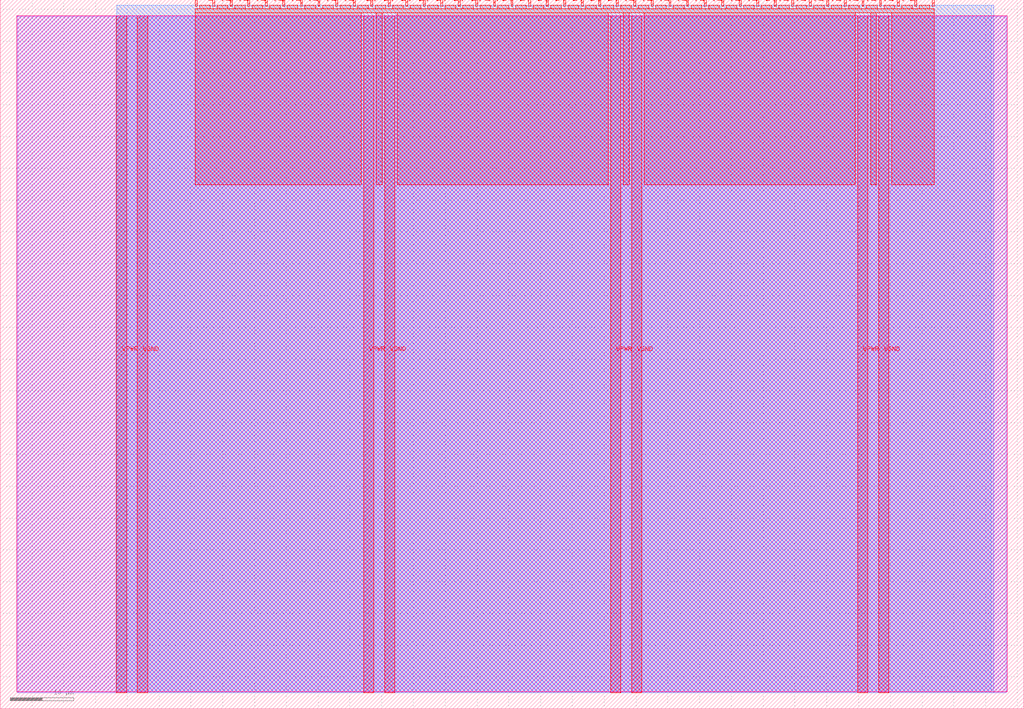
<source format=lef>
VERSION 5.7 ;
  NOWIREEXTENSIONATPIN ON ;
  DIVIDERCHAR "/" ;
  BUSBITCHARS "[]" ;
MACRO tt_um_mattvenn_spi_test
  CLASS BLOCK ;
  FOREIGN tt_um_mattvenn_spi_test ;
  ORIGIN 0.000 0.000 ;
  SIZE 161.000 BY 111.520 ;
  PIN VGND
    DIRECTION INOUT ;
    USE GROUND ;
    PORT
      LAYER met4 ;
        RECT 21.580 2.480 23.180 109.040 ;
    END
    PORT
      LAYER met4 ;
        RECT 60.450 2.480 62.050 109.040 ;
    END
    PORT
      LAYER met4 ;
        RECT 99.320 2.480 100.920 109.040 ;
    END
    PORT
      LAYER met4 ;
        RECT 138.190 2.480 139.790 109.040 ;
    END
  END VGND
  PIN VPWR
    DIRECTION INOUT ;
    USE POWER ;
    PORT
      LAYER met4 ;
        RECT 18.280 2.480 19.880 109.040 ;
    END
    PORT
      LAYER met4 ;
        RECT 57.150 2.480 58.750 109.040 ;
    END
    PORT
      LAYER met4 ;
        RECT 96.020 2.480 97.620 109.040 ;
    END
    PORT
      LAYER met4 ;
        RECT 134.890 2.480 136.490 109.040 ;
    END
  END VPWR
  PIN clk
    DIRECTION INPUT ;
    USE SIGNAL ;
    ANTENNAGATEAREA 0.852000 ;
    PORT
      LAYER met4 ;
        RECT 143.830 110.520 144.130 111.520 ;
    END
  END clk
  PIN ena
    DIRECTION INPUT ;
    USE SIGNAL ;
    ANTENNAGATEAREA 0.196500 ;
    PORT
      LAYER met4 ;
        RECT 146.590 110.520 146.890 111.520 ;
    END
  END ena
  PIN rst_n
    DIRECTION INPUT ;
    USE SIGNAL ;
    ANTENNAGATEAREA 0.126000 ;
    PORT
      LAYER met4 ;
        RECT 141.070 110.520 141.370 111.520 ;
    END
  END rst_n
  PIN ui_in[0]
    DIRECTION INPUT ;
    USE SIGNAL ;
    ANTENNAGATEAREA 0.196500 ;
    PORT
      LAYER met4 ;
        RECT 138.310 110.520 138.610 111.520 ;
    END
  END ui_in[0]
  PIN ui_in[1]
    DIRECTION INPUT ;
    USE SIGNAL ;
    ANTENNAGATEAREA 0.196500 ;
    PORT
      LAYER met4 ;
        RECT 135.550 110.520 135.850 111.520 ;
    END
  END ui_in[1]
  PIN ui_in[2]
    DIRECTION INPUT ;
    USE SIGNAL ;
    PORT
      LAYER met4 ;
        RECT 132.790 110.520 133.090 111.520 ;
    END
  END ui_in[2]
  PIN ui_in[3]
    DIRECTION INPUT ;
    USE SIGNAL ;
    PORT
      LAYER met4 ;
        RECT 130.030 110.520 130.330 111.520 ;
    END
  END ui_in[3]
  PIN ui_in[4]
    DIRECTION INPUT ;
    USE SIGNAL ;
    PORT
      LAYER met4 ;
        RECT 127.270 110.520 127.570 111.520 ;
    END
  END ui_in[4]
  PIN ui_in[5]
    DIRECTION INPUT ;
    USE SIGNAL ;
    PORT
      LAYER met4 ;
        RECT 124.510 110.520 124.810 111.520 ;
    END
  END ui_in[5]
  PIN ui_in[6]
    DIRECTION INPUT ;
    USE SIGNAL ;
    PORT
      LAYER met4 ;
        RECT 121.750 110.520 122.050 111.520 ;
    END
  END ui_in[6]
  PIN ui_in[7]
    DIRECTION INPUT ;
    USE SIGNAL ;
    PORT
      LAYER met4 ;
        RECT 118.990 110.520 119.290 111.520 ;
    END
  END ui_in[7]
  PIN uio_in[0]
    DIRECTION INPUT ;
    USE SIGNAL ;
    PORT
      LAYER met4 ;
        RECT 116.230 110.520 116.530 111.520 ;
    END
  END uio_in[0]
  PIN uio_in[1]
    DIRECTION INPUT ;
    USE SIGNAL ;
    PORT
      LAYER met4 ;
        RECT 113.470 110.520 113.770 111.520 ;
    END
  END uio_in[1]
  PIN uio_in[2]
    DIRECTION INPUT ;
    USE SIGNAL ;
    PORT
      LAYER met4 ;
        RECT 110.710 110.520 111.010 111.520 ;
    END
  END uio_in[2]
  PIN uio_in[3]
    DIRECTION INPUT ;
    USE SIGNAL ;
    PORT
      LAYER met4 ;
        RECT 107.950 110.520 108.250 111.520 ;
    END
  END uio_in[3]
  PIN uio_in[4]
    DIRECTION INPUT ;
    USE SIGNAL ;
    ANTENNAGATEAREA 0.196500 ;
    PORT
      LAYER met4 ;
        RECT 105.190 110.520 105.490 111.520 ;
    END
  END uio_in[4]
  PIN uio_in[5]
    DIRECTION INPUT ;
    USE SIGNAL ;
    ANTENNAGATEAREA 0.196500 ;
    PORT
      LAYER met4 ;
        RECT 102.430 110.520 102.730 111.520 ;
    END
  END uio_in[5]
  PIN uio_in[6]
    DIRECTION INPUT ;
    USE SIGNAL ;
    ANTENNAGATEAREA 0.196500 ;
    PORT
      LAYER met4 ;
        RECT 99.670 110.520 99.970 111.520 ;
    END
  END uio_in[6]
  PIN uio_in[7]
    DIRECTION INPUT ;
    USE SIGNAL ;
    PORT
      LAYER met4 ;
        RECT 96.910 110.520 97.210 111.520 ;
    END
  END uio_in[7]
  PIN uio_oe[0]
    DIRECTION OUTPUT ;
    USE SIGNAL ;
    PORT
      LAYER met4 ;
        RECT 49.990 110.520 50.290 111.520 ;
    END
  END uio_oe[0]
  PIN uio_oe[1]
    DIRECTION OUTPUT ;
    USE SIGNAL ;
    PORT
      LAYER met4 ;
        RECT 47.230 110.520 47.530 111.520 ;
    END
  END uio_oe[1]
  PIN uio_oe[2]
    DIRECTION OUTPUT ;
    USE SIGNAL ;
    PORT
      LAYER met4 ;
        RECT 44.470 110.520 44.770 111.520 ;
    END
  END uio_oe[2]
  PIN uio_oe[3]
    DIRECTION OUTPUT ;
    USE SIGNAL ;
    PORT
      LAYER met4 ;
        RECT 41.710 110.520 42.010 111.520 ;
    END
  END uio_oe[3]
  PIN uio_oe[4]
    DIRECTION OUTPUT ;
    USE SIGNAL ;
    PORT
      LAYER met4 ;
        RECT 38.950 110.520 39.250 111.520 ;
    END
  END uio_oe[4]
  PIN uio_oe[5]
    DIRECTION OUTPUT ;
    USE SIGNAL ;
    PORT
      LAYER met4 ;
        RECT 36.190 110.520 36.490 111.520 ;
    END
  END uio_oe[5]
  PIN uio_oe[6]
    DIRECTION OUTPUT ;
    USE SIGNAL ;
    PORT
      LAYER met4 ;
        RECT 33.430 110.520 33.730 111.520 ;
    END
  END uio_oe[6]
  PIN uio_oe[7]
    DIRECTION OUTPUT ;
    USE SIGNAL ;
    PORT
      LAYER met4 ;
        RECT 30.670 110.520 30.970 111.520 ;
    END
  END uio_oe[7]
  PIN uio_out[0]
    DIRECTION OUTPUT ;
    USE SIGNAL ;
    PORT
      LAYER met4 ;
        RECT 72.070 110.520 72.370 111.520 ;
    END
  END uio_out[0]
  PIN uio_out[1]
    DIRECTION OUTPUT ;
    USE SIGNAL ;
    PORT
      LAYER met4 ;
        RECT 69.310 110.520 69.610 111.520 ;
    END
  END uio_out[1]
  PIN uio_out[2]
    DIRECTION OUTPUT ;
    USE SIGNAL ;
    PORT
      LAYER met4 ;
        RECT 66.550 110.520 66.850 111.520 ;
    END
  END uio_out[2]
  PIN uio_out[3]
    DIRECTION OUTPUT ;
    USE SIGNAL ;
    ANTENNADIFFAREA 0.445500 ;
    PORT
      LAYER met4 ;
        RECT 63.790 110.520 64.090 111.520 ;
    END
  END uio_out[3]
  PIN uio_out[4]
    DIRECTION OUTPUT ;
    USE SIGNAL ;
    PORT
      LAYER met4 ;
        RECT 61.030 110.520 61.330 111.520 ;
    END
  END uio_out[4]
  PIN uio_out[5]
    DIRECTION OUTPUT ;
    USE SIGNAL ;
    PORT
      LAYER met4 ;
        RECT 58.270 110.520 58.570 111.520 ;
    END
  END uio_out[5]
  PIN uio_out[6]
    DIRECTION OUTPUT ;
    USE SIGNAL ;
    PORT
      LAYER met4 ;
        RECT 55.510 110.520 55.810 111.520 ;
    END
  END uio_out[6]
  PIN uio_out[7]
    DIRECTION OUTPUT ;
    USE SIGNAL ;
    PORT
      LAYER met4 ;
        RECT 52.750 110.520 53.050 111.520 ;
    END
  END uio_out[7]
  PIN uo_out[0]
    DIRECTION OUTPUT ;
    USE SIGNAL ;
    PORT
      LAYER met4 ;
        RECT 94.150 110.520 94.450 111.520 ;
    END
  END uo_out[0]
  PIN uo_out[1]
    DIRECTION OUTPUT ;
    USE SIGNAL ;
    PORT
      LAYER met4 ;
        RECT 91.390 110.520 91.690 111.520 ;
    END
  END uo_out[1]
  PIN uo_out[2]
    DIRECTION OUTPUT ;
    USE SIGNAL ;
    PORT
      LAYER met4 ;
        RECT 88.630 110.520 88.930 111.520 ;
    END
  END uo_out[2]
  PIN uo_out[3]
    DIRECTION OUTPUT ;
    USE SIGNAL ;
    PORT
      LAYER met4 ;
        RECT 85.870 110.520 86.170 111.520 ;
    END
  END uo_out[3]
  PIN uo_out[4]
    DIRECTION OUTPUT ;
    USE SIGNAL ;
    PORT
      LAYER met4 ;
        RECT 83.110 110.520 83.410 111.520 ;
    END
  END uo_out[4]
  PIN uo_out[5]
    DIRECTION OUTPUT ;
    USE SIGNAL ;
    PORT
      LAYER met4 ;
        RECT 80.350 110.520 80.650 111.520 ;
    END
  END uo_out[5]
  PIN uo_out[6]
    DIRECTION OUTPUT ;
    USE SIGNAL ;
    PORT
      LAYER met4 ;
        RECT 77.590 110.520 77.890 111.520 ;
    END
  END uo_out[6]
  PIN uo_out[7]
    DIRECTION OUTPUT ;
    USE SIGNAL ;
    PORT
      LAYER met4 ;
        RECT 74.830 110.520 75.130 111.520 ;
    END
  END uo_out[7]
  OBS
      LAYER nwell ;
        RECT 2.570 2.635 158.430 108.990 ;
      LAYER li1 ;
        RECT 2.760 2.635 158.240 108.885 ;
      LAYER met1 ;
        RECT 2.760 2.480 158.240 109.040 ;
      LAYER met2 ;
        RECT 18.310 2.535 156.300 110.685 ;
      LAYER met3 ;
        RECT 18.290 2.555 155.875 110.665 ;
      LAYER met4 ;
        RECT 31.370 110.120 33.030 110.665 ;
        RECT 34.130 110.120 35.790 110.665 ;
        RECT 36.890 110.120 38.550 110.665 ;
        RECT 39.650 110.120 41.310 110.665 ;
        RECT 42.410 110.120 44.070 110.665 ;
        RECT 45.170 110.120 46.830 110.665 ;
        RECT 47.930 110.120 49.590 110.665 ;
        RECT 50.690 110.120 52.350 110.665 ;
        RECT 53.450 110.120 55.110 110.665 ;
        RECT 56.210 110.120 57.870 110.665 ;
        RECT 58.970 110.120 60.630 110.665 ;
        RECT 61.730 110.120 63.390 110.665 ;
        RECT 64.490 110.120 66.150 110.665 ;
        RECT 67.250 110.120 68.910 110.665 ;
        RECT 70.010 110.120 71.670 110.665 ;
        RECT 72.770 110.120 74.430 110.665 ;
        RECT 75.530 110.120 77.190 110.665 ;
        RECT 78.290 110.120 79.950 110.665 ;
        RECT 81.050 110.120 82.710 110.665 ;
        RECT 83.810 110.120 85.470 110.665 ;
        RECT 86.570 110.120 88.230 110.665 ;
        RECT 89.330 110.120 90.990 110.665 ;
        RECT 92.090 110.120 93.750 110.665 ;
        RECT 94.850 110.120 96.510 110.665 ;
        RECT 97.610 110.120 99.270 110.665 ;
        RECT 100.370 110.120 102.030 110.665 ;
        RECT 103.130 110.120 104.790 110.665 ;
        RECT 105.890 110.120 107.550 110.665 ;
        RECT 108.650 110.120 110.310 110.665 ;
        RECT 111.410 110.120 113.070 110.665 ;
        RECT 114.170 110.120 115.830 110.665 ;
        RECT 116.930 110.120 118.590 110.665 ;
        RECT 119.690 110.120 121.350 110.665 ;
        RECT 122.450 110.120 124.110 110.665 ;
        RECT 125.210 110.120 126.870 110.665 ;
        RECT 127.970 110.120 129.630 110.665 ;
        RECT 130.730 110.120 132.390 110.665 ;
        RECT 133.490 110.120 135.150 110.665 ;
        RECT 136.250 110.120 137.910 110.665 ;
        RECT 139.010 110.120 140.670 110.665 ;
        RECT 141.770 110.120 143.430 110.665 ;
        RECT 144.530 110.120 146.190 110.665 ;
        RECT 30.655 109.440 146.905 110.120 ;
        RECT 30.655 82.455 56.750 109.440 ;
        RECT 59.150 82.455 60.050 109.440 ;
        RECT 62.450 82.455 95.620 109.440 ;
        RECT 98.020 82.455 98.920 109.440 ;
        RECT 101.320 82.455 134.490 109.440 ;
        RECT 136.890 82.455 137.790 109.440 ;
        RECT 140.190 82.455 146.905 109.440 ;
  END
END tt_um_mattvenn_spi_test
END LIBRARY


</source>
